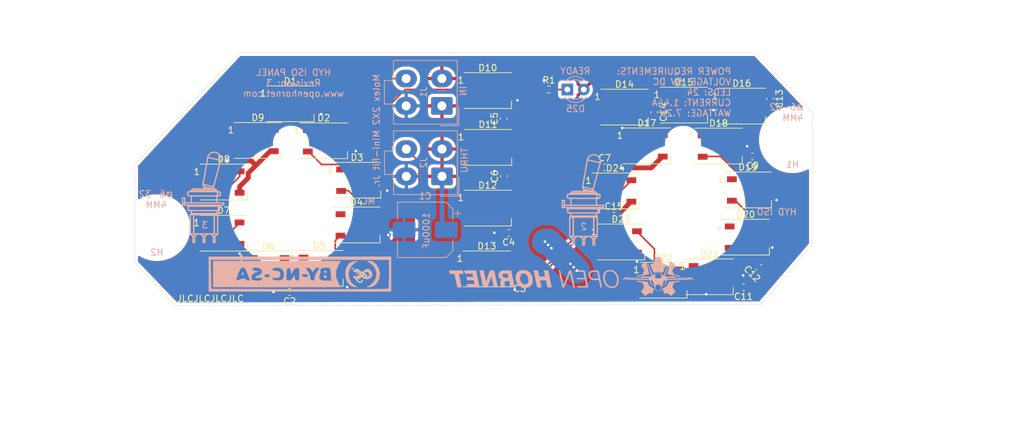
<source format=kicad_pcb>
(kicad_pcb (version 20211014) (generator pcbnew)
  (title_block (title "HYD ISO PANEL") (date "2023-02-10") (rev "3"))
  (layers (0 "F.Cu" signal) (31 "B.Cu" signal) (34 "B.Paste" user) (35 "F.Paste" user) (36 "B.SilkS" user "B.Silkscreen") (37 "F.SilkS" user "F.Silkscreen") (38 "B.Mask" user) (39 "F.Mask" user) (44 "Edge.Cuts" user))
  (net 0 "")
  (net 1 "Net-(D1-Pad2)")
  (net 2 "Net-(D2-Pad2)")
  (net 3 "Net-(D3-Pad2)")
  (net 4 "Net-(D4-Pad2)")
  (net 5 "Net-(D5-Pad2)")
  (net 6 "Net-(D7-Pad2)")
  (net 7 "Net-(D8-Pad2)")
  (net 8 "Net-(D10-Pad4)")
  (net 9 "Net-(D10-Pad2)")
  (net 10 "Net-(D11-Pad2)")
  (net 11 "Net-(D12-Pad2)")
  (net 12 "Net-(D13-Pad2)")
  (net 13 "Net-(D14-Pad2)")
  (net 14 "Net-(D15-Pad2)")
  (net 15 "Net-(D16-Pad2)")
  (net 16 "Net-(D17-Pad2)")
  (net 17 "Net-(D18-Pad2)")
  (net 18 "Net-(D19-Pad2)")
  (net 19 "Net-(D20-Pad2)")
  (net 20 "Net-(D21-Pad2)")
  (net 21 "Net-(D22-Pad2)")
  (net 22 "Net-(D23-Pad2)")
  (net 23 "Net-(D6-Pad2)")
  (net 24 "Net-(D25-Pad1)")
  (net 25 "/LEDGND")
  (net 26 "/LED+5V")
  (net 27 "/DATAIN")
  (net 28 "/DATAOUT")
  (footprint "OH_Footprints:LED_WS2812B_PLCC4_5.0x5.0mm_P3.2mm" (layer "F.Cu") (at 91.6316 68.1988)
    (fp_text reference "D1")
    (fp_text value "WS2812B")
  )
  (footprint "OH_Footprints:LED_WS2812B_PLCC4_5.0x5.0mm_P3.2mm" (layer "F.Cu") (at 96.7856 73.8884)
    (fp_text reference "D2")
    (fp_text value "WS2812B")
  )
  (footprint "OH_Footprints:LED_WS2812B_PLCC4_5.0x5.0mm_P3.2mm" (layer "F.Cu") (at 101.9048 79.9592)
    (fp_text reference "D3")
    (fp_text value "WS2812B")
  )
  (footprint "OH_Footprints:LED_WS2812B_PLCC4_5.0x5.0mm_P3.2mm" (layer "F.Cu") (at 101.8148 86.8424)
    (fp_text reference "D4")
    (fp_text value "WS2812B")
  )
  (footprint "OH_Footprints:LED_WS2812B_PLCC4_5.0x5.0mm_P3.2mm" (layer "F.Cu") (at 96.1136 93.5228)
    (fp_text reference "D5")
    (fp_text value "WS2812B")
  )
  (footprint "OH_Footprints:LED_WS2812B_PLCC4_5.0x5.0mm_P3.2mm" (layer "F.Cu") (at 88.302 93.5988)
    (fp_text reference "D6")
    (fp_text value "WS2812B")
  )
  (footprint "OH_Footprints:LED_WS2812B_PLCC4_5.0x5.0mm_P3.2mm" (layer "F.Cu") (at 81.37 88.1128)
    (fp_text reference "D7")
    (fp_text value "WS2812B")
  )
  (footprint "OH_Footprints:LED_WS2812B_PLCC4_5.0x5.0mm_P3.2mm" (layer "F.Cu") (at 81.3932 80.2388)
    (fp_text reference "D8")
    (fp_text value "WS2812B")
  )
  (footprint "OH_Footprints:LED_WS2812B_PLCC4_5.0x5.0mm_P3.2mm" (layer "F.Cu") (at 86.6532 73.8376)
    (fp_text reference "D9")
    (fp_text value "WS2812B")
  )
  (footprint "OH_Footprints:LED_WS2812B_PLCC4_5.0x5.0mm_P3.2mm" (layer "F.Cu") (at 122.0216 66.1668)
    (fp_text reference "D10")
    (fp_text value "WS2812B")
  )
  (footprint "OH_Footprints:LED_WS2812B_PLCC4_5.0x5.0mm_P3.2mm" (layer "F.Cu") (at 122.0608 74.9044)
    (fp_text reference "D11")
    (fp_text value "WS2812B")
  )
  (footprint "OH_Footprints:LED_WS2812B_PLCC4_5.0x5.0mm_P3.2mm" (layer "F.Cu") (at 122.01 84.2516)
    (fp_text reference "D12")
    (fp_text value "WS2812B")
  )
  (footprint "OH_Footprints:LED_WS2812B_PLCC4_5.0x5.0mm_P3.2mm" (layer "F.Cu") (at 121.8808 93.5988)
    (fp_text reference "D13")
    (fp_text value "WS2812B")
  )
  (footprint "OH_Footprints:LED_WS2812B_PLCC4_5.0x5.0mm_P3.2mm" (layer "F.Cu") (at 143.0644 68.7068)
    (fp_text reference "D14")
    (fp_text value "WS2812B")
  )
  (footprint "OH_Footprints:LED_WS2812B_PLCC4_5.0x5.0mm_P3.2mm" (layer "F.Cu") (at 152.2084 68.402)
    (fp_text reference "D15")
    (fp_text value "WS2812B")
  )
  (footprint "OH_Footprints:LED_WS2812B_PLCC4_5.0x5.0mm_P3.2mm" (layer "F.Cu") (at 161.126 68.5544)
    (fp_text reference "D16")
    (fp_text value "WS2812B")
  )
  (footprint "OH_Footprints:LED_WS2812B_PLCC4_5.0x5.0mm_P3.2mm" (layer "F.Cu") (at 146.5072 74.676)
    (fp_text reference "D17")
    (fp_text value "WS2812B")
  )
  (footprint "OH_Footprints:LED_WS2812B_PLCC4_5.0x5.0mm_P3.2mm" (layer "F.Cu") (at 157.5424 74.7012)
    (fp_text reference "D18")
    (fp_text value "WS2812B")
  )
  (footprint "OH_Footprints:LED_WS2812B_PLCC4_5.0x5.0mm_P3.2mm" (layer "F.Cu") (at 141.6696 81.61)
    (fp_text reference "D24")
    (fp_text value "WS2812B")
  )
  (footprint "OH_Footprints:LED_WS2812B_PLCC4_5.0x5.0mm_P3.2mm" (layer "F.Cu") (at 162.0404 81.458)
    (fp_text reference "D19")
    (fp_text value "WS2812B")
  )
  (footprint "OH_Footprints:LED_WS2812B_PLCC4_5.0x5.0mm_P3.2mm" (layer "F.Cu") (at 142.5332 89.4588)
    (fp_text reference "D23")
    (fp_text value "WS2812B")
  )
  (footprint "OH_Footprints:LED_WS2812B_PLCC4_5.0x5.0mm_P3.2mm" (layer "F.Cu") (at 161.708 88.722)
    (fp_text reference "D20")
    (fp_text value "WS2812B")
  )
  (footprint "OH_Footprints:LED_WS2812B_PLCC4_5.0x5.0mm_P3.2mm" (layer "F.Cu") (at 149.0472 95.3516)
    (fp_text reference "D22")
    (fp_text value "WS2812B")
  )
  (footprint "OH_Footprints:LED_WS2812B_PLCC4_5.0x5.0mm_P3.2mm" (layer "F.Cu") (at 156.1476 94.818)
    (fp_text reference "D21")
    (fp_text value "WS2812B")
  )
  (footprint "OH_Footprints:C_0603_1608Metric" (layer "F.Cu") (at 91.529 97.15754 180)
    (fp_text reference "C2")
    (fp_text value "C")
  )
  (footprint "OH_Footprints:C_0603_1608Metric" (layer "F.Cu") (at 126.96962 95.20682 180)
    (fp_text reference "C3")
    (fp_text value "C")
  )
  (footprint "OH_Footprints:C_0603_1608Metric" (layer "F.Cu") (at 125.2473 88.06942 180)
    (fp_text reference "C4")
    (fp_text value "C")
  )
  (footprint "OH_Footprints:C_0603_1608Metric" (layer "F.Cu") (at 124.48032 70.46966 90)
    (fp_text reference "C5")
    (fp_text value "C")
  )
  (footprint "OH_Footprints:C_0603_1608Metric" (layer "F.Cu") (at 124.5108 79.34442 90)
    (fp_text reference "C6")
    (fp_text value "C")
  )
  (footprint "OH_Footprints:C_0603_1608Metric" (layer "F.Cu") (at 140.00998 77.97292)
    (fp_text reference "C7")
    (fp_text value "C")
  )
  (footprint "OH_Footprints:C_0603_1608Metric" (layer "F.Cu") (at 101.563853 93.937407 -135)
    (fp_text reference "C8")
    (fp_text value "C")
  )
  (footprint "OH_Footprints:C_0603_1608Metric" (layer "F.Cu") (at 162.76056 76.30414 180)
    (fp_text reference "C9")
    (fp_text value "C")
  )
  (footprint "OH_Footprints:C_0603_1608Metric" (layer "F.Cu") (at 161.379 96.42856 180)
    (fp_text reference "C11")
    (fp_text value "C")
  )
  (footprint "OH_Footprints:C_0603_1608Metric" (layer "F.Cu") (at 163.710033 93.344413 135)
    (fp_text reference "C12")
    (fp_text value "C")
  )
  (footprint "OH_Footprints:C_0603_1608Metric" (layer "F.Cu") (at 165.47084 67.42948 -90)
    (fp_text reference "C13")
    (fp_text value "C")
  )
  (footprint "OH_Footprints:C_0603_1608Metric" (layer "F.Cu") (at 147.6248 69.51462 -90)
    (fp_text reference "C14")
    (fp_text value "C")
  )
  (footprint "OH_Footprints:C_0603_1608Metric" (layer "F.Cu") (at 141.43726 85.4202)
    (fp_text reference "C15")
    (fp_text value "C")
  )
  (footprint "Kicad Footprint Files:100SpxToggle" (layer "F.Cu") (at 78.867 83.947)
    (fp_text reference "G***" hide)
    (fp_text value "LOGO" hide)
  )
  (footprint "Kicad Footprint Files:100SpxToggle" (layer "F.Cu") (at 137.287 84.328)
    (fp_text reference "G***" hide)
    (fp_text value "LOGO" hide)
  )
  (footprint "OH_Footprints:R_0603_1608Metric" (layer "F.Cu") (at 131.43494 65.99682)
    (fp_text reference "R1")
    (fp_text value "R")
  )
  (footprint "OH_Backlighting:100SPX_Toggle_13mm_x_18mm" (layer "F.Cu") (at 91.748609 83.884776 180)
    (fp_text reference "REF**" hide)
    (fp_text value "100SPX_Toggle_13mm_x_18mm" hide)
  )
  (footprint "OH_Backlighting:100SPX_Toggle_13mm_x_18mm" (layer "F.Cu") (at 152.073609 83.884776 180)
    (fp_text reference "REF**" hide)
    (fp_text value "100SPX_Toggle_13mm_x_18mm" hide)
  )
  (footprint "OH_Backlighting:OH_Panel_6-32_PHS" (layer "F.Cu") (at 71.111109 87.250276)
    (fp_text reference "REF**" hide)
    (fp_text value "OH_Panel_Fastner_Keepout" hide)
  )
  (footprint "OH_Backlighting:OH_Panel_6-32_PHS" (layer "F.Cu") (at 168.901109 73.724776)
    (fp_text reference "REF**" hide)
    (fp_text value "OH_Panel_Fastner_Keepout" hide)
  )
  (footprint "OH_Footprints:CP_Elec_8x10" (layer "B.Cu") (at 112.39246 87.5919 180)
    (fp_text reference "C1")
    (fp_text value "C_Polarized")
  )
  (footprint "OH_Footprints:Molex_Mini-Fit_Jr_5566-04A_2x02_P4.20mm_Vertical" (layer "B.Cu") (at 114.96892 68.52042 90)
    (fp_text reference "J1")
    (fp_text value "Conn_01x04_Female")
  )
  (footprint "OH_Footprints:Molex_Mini-Fit_Jr_5566-04A_2x02_P4.20mm_Vertical" (layer "B.Cu") (at 114.9858 79.36484 90)
    (fp_text reference "J2")
    (fp_text value "Conn_01x04_Female")
  )
  (footprint "OH_Footprints:LED_D3.0mm" (layer "B.Cu") (at 134.26 66)
    (fp_text reference "D25")
    (fp_text value "LED")
  )
  (footprint "OH KiCAD_Libraries:OH_LOGO_37.7mm_5.9mm" (layer "B.Cu") (at 134.925 94.775 180)
    (fp_text reference "G3" hide)
    (fp_text value "LOGO" hide)
  )
  (footprint "OH_General:CC-BY-NC-SA-Small" (layer "B.Cu") (at 93.2 94.4 180)
    (fp_text reference "G***" hide)
    (fp_text value "LOGO" hide)
  )
  (gr_line (start 83.7184 60.3504) (end 163.2712 60.3504) (layer "Edge.Cuts") (width 0.05))
  (gr_line (start 171.958 89.8652) (end 164.05 99.1) (layer "Edge.Cuts") (width 0.05))
  (gr_line (start 74 99.25) (end 164.05 99.1) (layer "Edge.Cuts") (width 0.05))
  (gr_line (start 67.7164 77.5208) (end 67.7 92.7) (layer "Edge.Cuts") (width 0.05))
  (gr_line (start 67.7164 77.5208) (end 83.7184 60.3504) (layer "Edge.Cuts") (width 0.05))
  (gr_line (start 171.958 69.4436) (end 171.958 89.8652) (layer "Edge.Cuts") (width 0.05))
  (gr_line (start 163.2712 60.3504) (end 171.958 69.4436) (layer "Edge.Cuts") (width 0.05))
  (gr_line (start 67.7 92.7) (end 74 99.25) (layer "Edge.Cuts") (width 0.05))
  (gr_text "2" (at 136.779 87.122) (layer "B.SilkS") (effects (font (size 1 1)) (justify mirror)))
  (gr_text "MC" (at 103.632 83.185) (layer "B.SilkS") (effects (font (size 1 1)) (justify mirror)))
  (gr_text "IN" (at 118.25 66.225 90) (layer "B.SilkS") (effects (font (size 1 1)) (justify mirror)))
  (gr_text "4MM" (at 169 70.35) (layer "B.SilkS") (effects (font (size 1 1)) (justify mirror)))
  (gr_text "Molex 2X2 Mini-Fit Jr." (at 104.9 72.325 90) (layer "B.SilkS") (effects (font (size 1 1)) (justify mirror)))
  (gr_text "1000uF" (at 112.55 87.75 90) (layer "B.SilkS") (effects (font (size 1 1)) (justify mirror)))
  (gr_text "HYD ISO" (at 166.497 84.836) (layer "B.SilkS") (effects (font (size 1 1)) (justify mirror)))
  (gr_text "4MM" (at 71.011109 83.75) (layer "B.SilkS") (effects (font (size 1 1)) (justify mirror)))
  (gr_text "3" (at 78.486 86.868) (layer "B.SilkS") (effects (font (size 1 1)) (justify mirror)))
  (gr_text "THRU" (at 118.45 76.9 90) (layer "B.SilkS") (effects (font (size 1 1)) (justify mirror)))
  (gr_text "POWER REQUIREMENTS:\nVOLTAGE: 5V DC\nLEDS: 24\nCURRENT: 1.44A\nWATTAGE: 7.2W" (at 159.5628 66.421) (layer "B.SilkS") (effects (font (size 1 1)) (justify left mirror)))
  (gr_text "HYD ISO PANEL\nRevision: 3\nwww.openhornet.com" (at 92.1258 64.9986) (layer "B.SilkS") (effects (font (size 1 1)) (justify mirror)))
  (gr_text "READY" (at 135.5 63.15) (layer "B.SilkS") (effects (font (size 1 1)) (justify mirror)))
  (gr_text "JLCJLCJLCJLC" (at 79.33 98.18) (layer "F.SilkS") (effects (font (size 1 1))))
  (segment (start 89.1816 69.7988) (end 90.006601 70.623801) (width 0.25) (layer "F.Cu") (net 1))
  (segment (start 97.571001 70.623801) (end 99.2356 72.2884) (width 0.25) (layer "F.Cu") (net 1))
  (segment (start 90.006601 70.623801) (end 97.571001 70.623801) (width 0.25) (layer "F.Cu") (net 1))
  (segment (start 103.529799 77.534199) (end 96.436752 77.534199) (width 0.25) (layer "F.Cu") (net 2))
  (segment (start 96.436752 77.534199) (end 94.65961 75.757057) (width 0.25) (layer "F.Cu") (net 2))
  (segment (start 104.3548 78.3592) (end 103.529799 77.534199) (width 0.25) (layer "F.Cu") (net 2))
  (segment (start 94.65961 75.757057) (end 94.65961 75.4884) (width 0.25) (layer "F.Cu") (net 2))
  (segment (start 100.5816 81.5592) (end 104.2648 85.2424) (width 0.25) (layer "F.Cu") (net 3))
  (segment (start 99.4548 81.5592) (end 100.5816 81.5592) (width 0.25) (layer "F.Cu") (net 3))
  (segment (start 98.5636 91.9228) (end 98.5636 89.2436) (width 0.25) (layer "F.Cu") (net 4))
  (segment (start 98.5636 89.2436) (end 99.3648 88.4424) (width 0.25) (layer "F.Cu") (net 4))
  (segment (start 90.752 91.9988) (end 90.752 92.2112) (width 0.25) (layer "F.Cu") (net 5))
  (segment (start 90.752 92.2112) (end 93.6636 95.1228) (width 0.25) (layer "F.Cu") (net 5))
  (segment (start 83.8432 79.3888) (end 79.995001 83.236999) (width 0.25) (layer "F.Cu") (net 6))
  (segment (start 79.995001 88.637799) (end 78.92 89.7128) (width 0.25) (layer "F.Cu") (net 6))
  (segment (start 79.995001 83.236999) (end 79.995001 88.637799) (width 0.25) (layer "F.Cu") (net 6))
  (segment (start 83.8432 78.6388) (end 83.8432 79.3888) (width 0.25) (layer "F.Cu") (net 6))
  (segment (start 82.265541 76.23761) (end 81.45067 76.23761) (width 0.25) (layer "F.Cu") (net 7))
  (segment (start 89.1032 72.2376) (end 89.1032 72.9876) (width 0.25) (layer "F.Cu") (net 7))
  (segment (start 85.828199 76.262601) (end 82.290532 76.262601) (width 0.25) (layer "F.Cu") (net 7))
  (segment (start 80.018201 77.670079) (end 80.018201 80.763799) (width 0.25) (layer "F.Cu") (net 7))
  (segment (start 81.45067 76.23761) (end 80.018201 77.670079) (width 0.25) (layer "F.Cu") (net 7))
  (segment (start 82.290532 76.262601) (end 82.265541 76.23761) (width 0.25) (layer "F.Cu") (net 7))
  (segment (start 89.1032 72.9876) (end 85.828199 76.262601) (width 0.25) (layer "F.Cu") (net 7))
  (segment (start 80.018201 80.763799) (end 78.9432 81.8388) (width 0.25) (layer "F.Cu") (net 7))
  (segment (start 109.325089 65.99543) (end 123.04297 65.99543) (width 0.25) (layer "F.Cu") (net 8))
  (segment (start 123.04297 65.99543) (end 124.4716 64.5668) (width 0.25) (layer "F.Cu") (net 8))
  (segment (start 86.01679 71.128608) (end 88.171599 68.973799) (width 0.25) (layer "F.Cu") (net 8))
  (segment (start 86.01679 73.62401) (end 86.01679 71.128608) (width 0.25) (layer "F.Cu") (net 8))
  (segment (start 106.34672 68.973799) (end 109.325089 65.99543) (width 0.25) (layer "F.Cu") (net 8))
  (segment (start 88.171599 68.973799) (end 106.34672 68.973799) (width 0.25) (layer "F.Cu") (net 8))
  (segment (start 84.2032 75.4376) (end 86.01679 73.62401) (width 0.25) (layer "F.Cu") (net 8))
  (segment (start 124.5108 73.3044) (end 124.5108 72.706) (width 0.25) (layer "F.Cu") (net 9))
  (segment (start 124.5108 72.706) (end 119.5716 67.7668) (width 0.25) (layer "F.Cu") (net 9))
  (segment (start 124.46 81.3536) (end 119.6108 76.5044) (width 0.25) (layer "F.Cu") (net 10))
  (segment (start 124.46 82.6516) (end 124.46 81.3536) (width 0.25) (layer "F.Cu") (net 10))
  (segment (start 124.3308 91.9988) (end 124.3308 90.6224) (width 0.25) (layer "F.Cu") (net 11))
  (segment (start 124.3308 90.6224) (end 119.56 85.8516) (width 0.25) (layer "F.Cu") (net 11))
  (segment (start 138.144599 67.741599) (end 139.604399 66.281799) (width 0.25) (layer "F.Cu") (net 12))
  (segment (start 126.691153 97.516781) (end 138.144599 86.063335) (width 0.25) (layer "F.Cu") (net 12))
  (segment (start 138.144599 86.063335) (end 138.144599 67.741599) (width 0.25) (layer "F.Cu") (net 12))
  (segment (start 119.4308 95.1988) (end 119.4308 95.9488) (width 0.25) (layer "F.Cu") (net 12))
  (segment (start 120.998781 97.516781) (end 126.691153 97.516781) (width 0.25) (layer "F.Cu") (net 12))
  (segment (start 144.689399 66.281799) (end 145.5144 67.1068) (width 0.25) (layer "F.Cu") (net 12))
  (segment (start 119.4308 95.9488) (end 120.998781 97.516781) (width 0.25) (layer "F.Cu") (net 12))
  (segment (start 139.604399 66.281799) (end 144.689399 66.281799) (width 0.25) (layer "F.Cu") (net 12))
  (segment (start 144.270098 69.36486) (end 147.018546 69.36486) (width 0.25) (layer "F.Cu") (net 13))
  (segment (start 148.435768 69.48963) (end 150.298397 67.627001) (width 0.25) (layer "F.Cu") (net 13))
  (segment (start 140.6144 70.3068) (end 143.328158 70.3068) (width 0.25) (layer "F.Cu") (net 13))
  (segment (start 147.143316 69.48963) (end 148.435768 69.48963) (width 0.25) (layer "F.Cu") (net 13))
  (segment (start 143.328158 70.3068) (end 144.270098 69.36486) (width 0.25) (layer "F.Cu") (net 13))
  (segment (start 153.833399 67.627001) (end 154.6584 66.802) (width 0.25) (layer "F.Cu") (net 13))
  (segment (start 150.298397 67.627001) (end 153.833399 67.627001) (width 0.25) (layer "F.Cu") (net 13))
  (segment (start 147.018546 69.36486) (end 147.143316 69.48963) (width 0.25) (layer "F.Cu") (net 13))
  (segment (start 162.750999 67.779401) (end 163.576 66.9544) (width 0.25) (layer "F.Cu") (net 14))
  (segment (start 149.7584 70.002) (end 152.823398 70.002) (width 0.25) (layer "F.Cu") (net 14))
  (segment (start 155.045997 67.779401) (end 162.750999 67.779401) (width 0.25) (layer "F.Cu") (net 14))
  (segment (start 152.823398 70.002) (end 155.045997 67.779401) (width 0.25) (layer "F.Cu") (net 14))
  (segment (start 153.47089 71.448775) (end 150.584425 71.448775) (width 0.25) (layer "F.Cu") (net 15))
  (segment (start 158.676 70.9044) (end 157.511879 72.068521) (width 0.25) (layer "F.Cu") (net 15))
  (segment (start 157.511879 72.068521) (end 154.090636 72.068521) (width 0.25) (layer "F.Cu") (net 15))
  (segment (start 150.584425 71.448775) (end 148.9572 73.076) (width 0.25) (layer "F.Cu") (net 15))
  (segment (start 154.090636 72.068521) (end 153.47089 71.448775) (width 0.25) (layer "F.Cu") (net 15))
  (segment (start 158.676 70.1544) (end 158.676 70.9044) (width 0.25) (layer "F.Cu") (net 15))
  (segment (start 144.0572 75.526) (end 148.584435 70.998765) (width 0.25) (layer "F.Cu") (net 16))
  (segment (start 156.53258 71.3867) (end 156.53258 70.462818) (width 0.25) (layer "F.Cu") (net 16))
  (segment (start 156.53258 70.462818) (end 157.665999 69.329399) (width 0.25) (layer "F.Cu") (net 16))
  (segment (start 159.686001 69.329399) (end 159.9924 69.635798) (width 0.25) (layer "F.Cu") (net 16))
  (segment (start 154.277036 71.618511) (end 156.300769 71.618511) (width 0.25) (layer "F.Cu") (net 16))
  (segment (start 157.665999 69.329399) (end 159.686001 69.329399) (width 0.25) (layer "F.Cu") (net 16))
  (segment (start 144.0572 76.276) (end 144.0572 75.526) (width 0.25) (layer "F.Cu") (net 16))
  (segment (start 153.657291 70.998766) (end 154.277036 71.618511) (width 0.25) (layer "F.Cu") (net 16))
  (segment (start 148.584435 70.998765) (end 153.657291 70.998766) (width 0.25) (layer "F.Cu") (net 16))
  (segment (start 159.9924 69.635798) (end 159.9924 73.1012) (width 0.25) (layer "F.Cu") (net 16))
  (segment (start 156.300769 71.618511) (end 156.53258 71.3867) (width 0.25) (layer "F.Cu") (net 16))
  (segment (start 161.425402 79.858) (end 157.868602 76.3012) (width 0.25) (layer "F.Cu") (net 17))
  (segment (start 157.868602 76.3012) (end 155.0924 76.3012) (width 0.25) (layer "F.Cu") (net 17))
  (segment (start 164.4904 79.858) (end 161.425402 79.858) (width 0.25) (layer "F.Cu") (net 17))
  (segment (start 160.094 83.058) (end 164.158 87.122) (width 0.25) (layer "F.Cu") (net 18))
  (segment (start 159.5904 83.058) (end 160.094 83.058) (width 0.25) (layer "F.Cu") (net 18))
  (segment (start 158.5976 93.218) (end 158.507 93.218) (width 0.25) (layer "F.Cu") (net 19))
  (segment (start 159.258 92.467) (end 159.258 90.322) (width 0.25) (layer "F.Cu") (net 19))
  (segment (start 158.507 93.218) (end 159.258 92.467) (width 0.25) (layer "F.Cu") (net 19))
  (segment (start 153.6976 94.952) (end 153.6976 96.418) (width 0.25) (layer "F.Cu") (net 20))
  (segment (start 151.4972 93.7516) (end 152.4972 93.7516) (width 0.25) (layer "F.Cu") (net 20))
  (segment (start 152.4972 93.7516) (end 153.6976 94.952) (width 0.25) (layer "F.Cu") (net 20))
  (segment (start 147.672201 95.876599) (end 146.5972 96.9516) (width 0.25) (layer "F.Cu") (net 21))
  (segment (start 144.9832 87.8588) (end 147.672201 90.547801) (width 0.25) (layer "F.Cu") (net 21))
  (segment (start 147.672201 90.547801) (end 147.672201 95.876599) (width 0.25) (layer "F.Cu") (net 21))
  (segment (start 144.1196 80.01) (end 141.46225 82.66735) (width 0.25) (layer "F.Cu") (net 22))
  (segment (start 141.46225 89.67975) (end 140.0832 91.0588) (width 0.25) (layer "F.Cu") (net 22))
  (segment (start 141.46225 82.66735) (end 141.46225 89.67975) (width 0.25) (layer "F.Cu") (net 22))
  (segment (start 82.744999 92.091799) (end 85.852 95.1988) (width 0.25) (layer "F.Cu") (net 23))
  (segment (start 82.744999 87.587801) (end 82.744999 92.091799) (width 0.25) (layer "F.Cu") (net 23))
  (segment (start 83.82 86.5128) (end 82.744999 87.587801) (width 0.25) (layer "F.Cu") (net 23))
  (segment (start 132.22562 66) (end 132.22244 65.99682) (width 0.25) (layer "F.Cu") (net 24))
  (segment (start 134.26 66) (end 132.22562 66) (width 0.25) (layer "F.Cu") (net 24))
  (segment (start 89.0524 97.16008) (end 89.05494 97.15754) (width 0.75) (layer "F.Cu") (net 25))
  (segment (start 100.37846 96.41566) (end 100.37846 96.41566) (width 0.75) (layer "F.Cu") (net 25))
  (segment (start 83.83016 91.24188) (end 83.82 91.23172) (width 0.75) (layer "F.Cu") (net 25))
  (segment (start 96.40062 69.79158) (end 96.3934 69.7988) (width 0.75) (layer "F.Cu") (net 25))
  (segment (start 101.71176 75.47864) (end 101.702 75.4884) (width 0.75) (layer "F.Cu") (net 25))
  (segment (start 106.55066 81.5592) (end 106.55066 81.5592) (width 0.75) (layer "F.Cu") (net 25))
  (segment (start 106.71556 88.38946) (end 106.66262 88.4424) (width 0.75) (layer "F.Cu") (net 25))
  (segment (start 130.64744 64.58204) (end 130.64744 64.58204) (width 0.75) (layer "F.Cu") (net 25))
  (segment (start 126.58852 67.66306) (end 126.37824 67.7668) (width 0.75) (layer "F.Cu") (net 25))
  (segment (start 123.04522 88.03894) (end 123.0757 88.06942) (width 0.75) (layer "F.Cu") (net 25))
  (segment (start 123.02236 78.56474) (end 123.03018 78.55692) (width 0.75) (layer "F.Cu") (net 25))
  (segment (start 126.15672 96.79178) (end 126.18212 96.76638) (width 0.75) (layer "F.Cu") (net 25))
  (segment (start 144.97558 92.48394) (end 144.9832 92.47632) (width 0.75) (layer "F.Cu") (net 25))
  (segment (start 142.7099 71.91502) (end 142.7099 71.91502) (width 0.75) (layer "F.Cu") (net 25))
  (segment (start 166.46398 83.02752) (end 166.4335 83.058) (width 0.75) (layer "F.Cu") (net 25))
  (segment (start 165.80144 90.322) (end 165.80144 90.322) (width 0.75) (layer "F.Cu") (net 25))
  (segment (start 161.334546 94.606206) (end 160.5915 95.349252) (width 0.75) (layer "F.Cu") (net 25))
  (segment (start 155.640859 97.493001) (end 157.522599 97.493001) (width 0.75) (layer "F.Cu") (net 25))
  (segment (start 81.91754 76.962611) (end 81.91754 76.962611) (width 0.75) (layer "F.Cu") (net 25))
  (segment (start 156.74848 69.16674) (end 156.74848 69.256955) (width 0.75) (layer "F.Cu") (net 25))
  (segment (start 161.949612 74.725388) (end 161.94786 74.60742) (width 0.75) (layer "F.Cu") (net 25))
  (segment (start 142.72334 78.05166) (end 140.87622 78.05166) (width 0.75) (layer "F.Cu") (net 25))
  (segment (start 148.9572 76.276) (end 147.18154 78.05166) (width 0.75) (layer "F.Cu") (net 25))
  (segment (start 163.153186 92.787566) (end 163.153186 91.326814) (width 0.75) (layer "F.Cu") (net 25))
  (segment (start 164.158 90.322) (end 165.80144 90.322) (width 0.75) (layer "F.Cu") (net 25))
  (segment (start 163.153186 92.787566) (end 161.334546 94.606206) (width 0.75) (layer "F.Cu") (net 25))
  (segment (start 157.522599 97.493001) (end 158.5976 96.418) (width 0.75) (layer "F.Cu") (net 25))
  (segment (start 104.3548 81.5592) (end 106.55066 81.5592) (width 0.75) (layer "F.Cu") (net 25))
  (segment (start 124.46 88.06922) (end 124.4598 88.06942) (width 0.75) (layer "F.Cu") (net 25))
  (segment (start 94.0816 69.7988) (end 96.40062 69.79158) (width 0.75) (layer "F.Cu") (net 25))
  (segment (start 85.76564 77.09916) (end 85.7377 77.09916) (width 0.75) (layer "F.Cu") (net 25))
  (segment (start 165.47084 68.25956) (end 163.576 70.1544) (width 0.75) (layer "F.Cu") (net 25))
  (segment (start 124.48032 69.68216) (end 124.48032 67.77552) (width 0.75) (layer "F.Cu") (net 25))
  (segment (start 124.4716 67.7668) (end 126.58852 67.66306) (width 0.75) (layer "F.Cu") (net 25))
  (segment (start 100.37846 95.1228) (end 100.37846 96.41566) (width 0.75) (layer "F.Cu") (net 25))
  (segment (start 83.82 89.7128) (end 83.83016 91.24188) (width 0.75) (layer "F.Cu") (net 25))
  (segment (start 130.64744 65.99682) (end 130.64744 64.58204) (width 0.75) (layer "F.Cu") (net 25))
  (segment (start 144.9832 91.0588) (end 144.97558 92.48394) (width 0.75) (layer "F.Cu") (net 25))
  (segment (start 160.5915 95.349252) (end 160.5915 96.42856) (width 0.75) (layer "F.Cu") (net 25))
  (segment (start 144.9832 91.0588) (end 142.22476 88.30036) (width 0.75) (layer "F.Cu") (net 25))
  (segment (start 86.345844 77.679364) (end 88.587608 75.4376) (width 0.75) (layer "F.Cu") (net 25))
  (segment (start 85.168201 78.857007) (end 86.345844 77.679364) (width 0.75) (layer "F.Cu") (net 25))
  (segment (start 124.48032 67.77552) (end 124.4716 67.7668) (width 0.75) (layer "F.Cu") (net 25))
  (segment (start 147.18154 78.05166) (end 142.72334 78.05166) (width 0.75) (layer "F.Cu") (net 25))
  (segment (start 104.2648 88.4424) (end 106.71556 88.38946) (width 0.75) (layer "F.Cu") (net 25))
  (segment (start 98.5636 95.1228) (end 100.37846 95.1228) (width 0.75) (layer "F.Cu") (net 25))
  (segment (start 163.576 70.1544) (end 161.94786 71.78254) (width 0.75) (layer "F.Cu") (net 25))
  (segment (start 83.8432 81.8388) (end 83.8432 80.923802) (width 0.75) (layer "F.Cu") (net 25))
  (segment (start 90.752 95.1988) (end 90.752 97.14704) (width 0.75) (layer "F.Cu") (net 25))
  (segment (start 165.47084 68.21698) (end 165.47084 68.25956) (width 0.75) (layer "F.Cu") (net 25))
  (segment (start 85.7377 77.09916) (end 85.601151 76.962611) (width 0.75) (layer "F.Cu") (net 25))
  (segment (start 161.97012 76.3012) (end 161.97306 76.30414) (width 0.75) (layer "F.Cu") (net 25))
  (segment (start 126.1741 95.1988) (end 126.18212 95.20682) (width 0.75) (layer "F.Cu") (net 25))
  (segment (start 164.4904 83.058) (end 166.46398 83.02752) (width 0.75) (layer "F.Cu") (net 25))
  (segment (start 124.46 85.8516) (end 124.46 88.06922) (width 0.75) (layer "F.Cu") (net 25))
  (segment (start 142.22476 88.30036) (end 142.22476 85.4202) (width 0.75) (layer "F.Cu") (net 25))
  (segment (start 90.752 97.14704) (end 90.7415 97.15754) (width 0.75) (layer "F.Cu") (net 25))
  (segment (start 152.038601 97.493001) (end 155.640859 97.493001) (width 0.75) (layer "F.Cu") (net 25))
  (segment (start 83.8432 80.923802) (end 85.168201 79.598801) (width 0.75) (layer "F.Cu") (net 25))
  (segment (start 160.5915 96.42856) (end 158.60816 96.42856) (width 0.75) (layer "F.Cu") (net 25))
  (segment (start 85.168201 79.598801) (end 85.168201 78.857007) (width 0.75) (layer "F.Cu") (net 25))
  (segment (start 142.22476 85.10484) (end 144.1196 83.21) (width 0.75) (layer "F.Cu") (net 25))
  (segment (start 124.5108 76.5044) (end 124.5108 78.55692) (width 0.75) (layer "F.Cu") (net 25))
  (segment (start 154.6584 70.002) (end 156.003435 70.002) (width 0.75) (layer "F.Cu") (net 25))
  (segment (start 142.22476 85.4202) (end 142.22476 85.10484) (width 0.75) (layer "F.Cu") (net 25))
  (segment (start 163.153186 91.326814) (end 164.158 90.322) (width 0.75) (layer "F.Cu") (net 25))
  (segment (start 144.31812 70.3068) (end 142.7099 71.91502) (width 0.75) (layer "F.Cu") (net 25))
  (segment (start 147.6248 70.30212) (end 145.51908 70.30212) (width 0.75) (layer "F.Cu") (net 25))
  (segment (start 124.3308 95.1988) (end 126.1741 95.1988) (width 0.75) (layer "F.Cu") (net 25))
  (segment (start 161.97306 76.30414) (end 161.949612 74.725388) (width 0.75) (layer "F.Cu") (net 25))
  (segment (start 145.51908 70.30212) (end 145.5144 70.3068) (width 0.75) (layer "F.Cu") (net 25))
  (segment (start 140.87622 78.05166) (end 140.79748 77.97292) (width 0.75) (layer "F.Cu") (net 25))
  (segment (start 151.4972 96.9516) (end 152.038601 97.493001) (width 0.75) (layer "F.Cu") (net 25))
  (segment (start 159.9924 76.3012) (end 161.97012 76.3012) (width 0.75) (layer "F.Cu") (net 25))
  (segment (start 90.7415 97.15754) (end 89.0524 97.16008) (width 0.75) (layer "F.Cu") (net 25))
  (segment (start 124.4598 88.06942) (end 123.04522 88.03894) (width 0.75) (layer "F.Cu") (net 25))
  (segment (start 126.18212 95.20682) (end 126.15672 96.79178) (width 0.75) (layer "F.Cu") (net 25))
  (segment (start 100.37846 95.1228) (end 101.007006 94.494254) (width 0.75) (layer "F.Cu") (net 25))
  (segment (start 99.2356 75.4884) (end 101.71176 75.47864) (width 0.75) (layer "F.Cu") (net 25))
  (segment (start 124.4716 69.67344) (end 124.48032 69.68216) (width 0.75) (layer "F.Cu") (net 25))
  (segment (start 124.5108 78.55692) (end 123.02236 78.56474) (width 0.75) (layer "F.Cu") (net 25))
  (segment (start 145.5144 70.3068) (end 144.31812 70.3068) (width 0.75) (layer "F.Cu") (net 25))
  (segment (start 158.60816 96.42856) (end 158.5976 96.418) (width 0.75) (layer "F.Cu") (net 25))
  (segment (start 85.601151 76.962611) (end 81.91754 76.962611) (width 0.75) (layer "F.Cu") (net 25))
  (segment (start 156.003435 70.002) (end 156.74848 69.16674) (width 0.75) (layer "F.Cu") (net 25))
  (segment (start 161.94786 71.78254) (end 161.94786 74.60742) (width 0.75) (layer "F.Cu") (net 25))
  (segment (start 86.345844 77.679364) (end 85.76564 77.09916) (width 0.75) (layer "F.Cu") (net 25))
  (via (at 130.64744 64.58204) (size 0.8) (drill 0.4) (layers "F.Cu" "B.Cu") (net 25))
  (via (at 166.46398 83.02752) (size 0.8) (drill 0.4) (layers "F.Cu" "B.Cu") (net 25))
  (via (at 161.949612 74.725388) (size 0.8) (drill 0.4) (layers "F.Cu" "B.Cu") (net 25))
  (via (at 96.40062 69.79158) (size 0.8) (drill 0.4) (layers "F.Cu" "B.Cu") (net 25))
  (via (at 106.71556 88.38946) (size 0.8) (drill 0.4) (layers "F.Cu" "B.Cu") (net 25))
  (via (at 165.80144 90.322) (size 0.8) (drill 0.4) (layers "F.Cu" "B.Cu") (net 25))
  (via (at 126.15672 96.79178) (size 0.8) (drill 0.4) (layers "F.Cu" "B.Cu") (net 25))
  (via (at 83.83016 91.24188) (size 0.8) (drill 0.4) (layers "F.Cu" "B.Cu") (net 25))
  (via (at 126.58852 67.66306) (size 0.8) (drill 0.4) (layers "F.Cu" "B.Cu") (net 25))
  (via (at 142.7099 71.91502) (size 0.8) (drill 0.4) (layers "F.Cu" "B.Cu") (net 25))
  (via (at 161.334546 94.606206) (size 0.8) (drill 0.4) (layers "F.Cu" "B.Cu") (net 25))
  (via (at 89.0524 97.16008) (size 0.8) (drill 0.4) (layers "F.Cu" "B.Cu") (net 25))
  (via (at 155.640859 97.493001) (size 0.8) (drill 0.4) (layers "F.Cu" "B.Cu") (net 25))
  (via (at 144.97558 92.48394) (size 0.8) (drill 0.4) (layers "F.Cu" "B.Cu") (net 25))
  (via (at 101.71176 75.47864) (size 0.8) (drill 0.4) (layers "F.Cu" "B.Cu") (net 25))
  (via (at 123.04522 88.03894) (size 0.8) (drill 0.4) (layers "F.Cu" "B.Cu") (net 25))
  (via (at 81.91754 76.962611) (size 0.8) (drill 0.4) (layers "F.Cu" "B.Cu") (net 25))
  (via (at 156.74848 69.16674) (size 0.8) (drill 0.4) (layers "F.Cu" "B.Cu") (net 25))
  (via (at 106.55066 81.5592) (size 0.8) (drill 0.4) (layers "F.Cu" "B.Cu") (net 25))
  (via (at 123.02236 78.56474) (size 0.8) (drill 0.4) (layers "F.Cu" "B.Cu") (net 25))
  (via (at 142.72334 78.05166) (size 0.8) (drill 0.4) (layers "F.Cu" "B.Cu") (net 25))
  (via (at 100.37846 96.41566) (size 0.8) (drill 0.4) (layers "F.Cu" "B.Cu") (net 25))
  (segment (start 165.47084 66.64198) (end 165.47084 65.8495) (width 0.75) (layer "F.Cu") (net 26))
  (segment (start 161.24785 73.82915) (end 161.24785 70.647548) (width 0.25) (layer "F.Cu") (net 26))
  (segment (start 155.0924 73.1012) (end 155.917401 73.926201) (width 0.25) (layer "F.Cu") (net 26))
  (segment (start 164.586001 67.779401) (end 165.47084 66.894562) (width 0.25) (layer "F.Cu") (net 26))
  (segment (start 164.115997 67.779401) (end 164.586001 67.779401) (width 0.25) (layer "F.Cu") (net 26))
  (segment (start 155.917401 73.926201) (end 161.150799 73.926201) (width 0.25) (layer "F.Cu") (net 26))
  (segment (start 161.24785 70.647548) (end 164.115997 67.779401) (width 0.25) (layer "F.Cu") (net 26))
  (segment (start 165.47084 66.894562) (end 165.47084 66.64198) (width 0.25) (layer "F.Cu") (net 26))
  (segment (start 161.150799 73.926201) (end 161.24785 73.82915) (width 0.25) (layer "F.Cu") (net 26))
  (via (at 130.81 89.408) (size 0.8) (drill 0.4) (layers "F.Cu" "B.Cu") (net 26))
  (via (at 135.255 93.345) (size 0.8) (drill 0.4) (layers "F.Cu" "B.Cu") (net 26))
  (via (at 135.763 93.853) (size 0.8) (drill 0.4) (layers "F.Cu" "B.Cu") (net 26))
  (via (at 131.826 90.424) (size 0.8) (drill 0.4) (layers "F.Cu" "B.Cu") (net 26))
  (via (at 134.747 92.837) (size 0.8) (drill 0.4) (layers "F.Cu" "B.Cu") (net 26))
  (via (at 131.318 89.916) (size 0.8) (drill 0.4) (layers "F.Cu" "B.Cu") (net 26))
  (segment (start 130.81 89.408) (end 131.318 89.408) (width 4) (layer "B.Cu") (net 26))
  (segment (start 131.318 89.408) (end 135.763 93.853) (width 4) (layer "B.Cu") (net 26))
  (segment (start 114.9858 86.93524) (end 115.64246 87.5919) (width 0.75) (layer "B.Cu") (net 26))
  (segment (start 114.9858 79.36484) (end 114.9858 86.93524) (width 0.75) (layer "B.Cu") (net 26))
  (segment (start 109.46892 64.32042) (end 96.35998 64.32042) (width 0.25) (layer "F.Cu") (net 27))
  (segment (start 96.35998 64.32042) (end 94.0816 66.5988) (width 0.25) (layer "F.Cu") (net 27))
  (segment (start 111.46081 77.13985) (end 109.4858 75.16484) (width 0.25) (layer "F.Cu") (net 28))
  (segment (start 111.46081 89.063812) (end 111.46081 77.13985) (width 0.25) (layer "F.Cu") (net 28))
  (segment (start 126.877553 97.966791) (end 120.363789 97.966791) (width 0.25) (layer "F.Cu") (net 28))
  (segment (start 139.008199 85.836145) (end 126.877553 97.966791) (width 0.25) (layer "F.Cu") (net 28))
  (segment (start 139.008199 83.421401) (end 139.008199 85.836145) (width 0.25) (layer "F.Cu") (net 28))
  (segment (start 120.363789 97.966791) (end 111.46081 89.063812) (width 0.25) (layer "F.Cu") (net 28))
  (segment (start 139.2196 83.21) (end 139.008199 83.421401) (width 0.25) (layer "F.Cu") (net 28))
  (zone (net 26) (net_name "/LED+5V") (layer "F.Cu") (connect_pads (clearance 0.508)) (min_thickness 0.254) (fill yes (thermal_gap 0.508) (thermal_bridge_width 0.508))
    (polygon (pts (xy 179.8066 102.12324) (xy 62.8777 101.9937) (xy 63.3349 58.32094) (xy 179.8066 58.09996)))
  )
  (zone (net 25) (net_name "/LEDGND") (layer "B.Cu") (connect_pads (clearance 0.508)) (min_thickness 0.254) (fill yes (thermal_gap 0.508) (thermal_bridge_width 0.508))
    (polygon (pts (xy 180.79212 59.1947) (xy 179.9463 102.73792) (xy 63.40602 103.58374) (xy 63.69304 59.07532)))
  )
)
</source>
